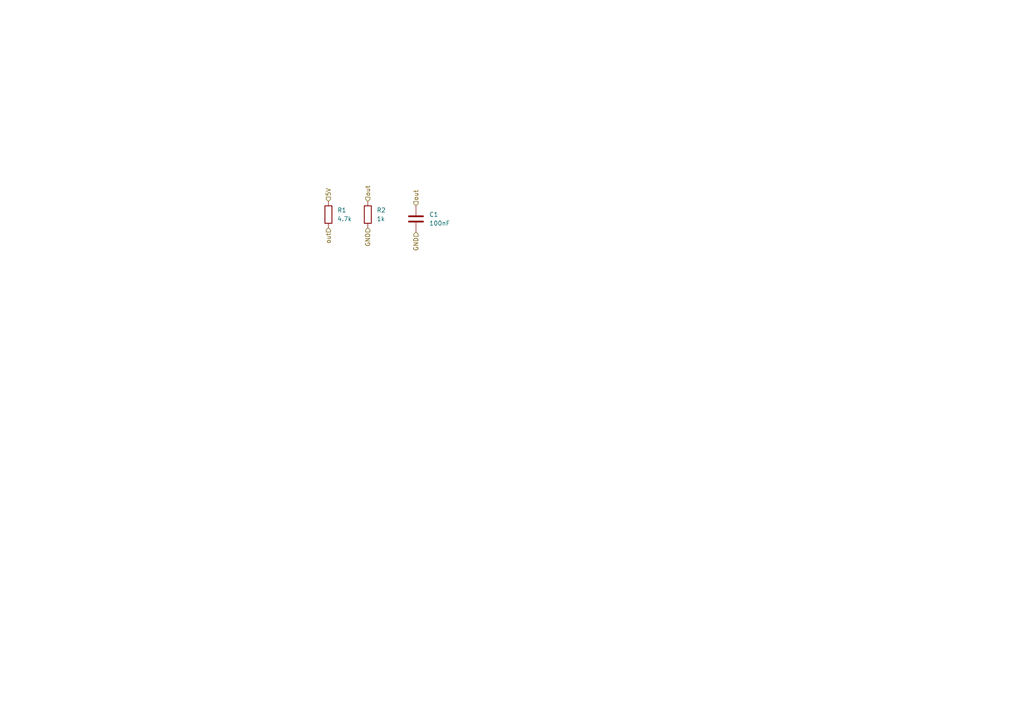
<source format=kicad_sch>
(kicad_sch (version 20250114) (generator "eeschema") (generator_version "9.0")
  (paper "A4")
  (lib_symbols
    (symbol "Device:C" (pin_numbers (hide yes)) (pin_names (offset 0.254))
      (property "Reference" "C" (at 0.635 2.54 0))
      (property "Value" "C" (at 0.635 -2.54 0))
      (symbol "C_0_1"
        (polyline (pts (xy -2.032 0.762) (xy 2.032 0.762)) (stroke (width 0.508)))
        (polyline (pts (xy -2.032 -0.762) (xy 2.032 -0.762)) (stroke (width 0.508)))
      )
      (symbol "C_1_1"
        (pin passive line (at 0 3.81 270) (length 2.794) (name "~") (number "1"))
        (pin passive line (at 0 -3.81 90) (length 2.794) (name "~") (number "2"))
      )
    )
    (symbol "Device:R" (pin_numbers (hide yes)) (pin_names (offset 0))
      (property "Reference" "R" (at 2.032 0 90))
      (property "Value" "R" (at 0 0 90))
      (symbol "R_0_1"
        (rectangle (start -1.016 -2.54) (end 1.016 2.54) (stroke (width 0.254)))
      )
      (symbol "R_1_1"
        (pin passive line (at 0 3.81 270) (length 1.27) (name "~") (number "1"))
        (pin passive line (at 0 -3.81 90) (length 1.27) (name "~") (number "2"))
      )
    )
  )
  (hierarchical_label "GND" (shape input) (at 106.68 66.04 270))
  (hierarchical_label "out" (shape input) (at 106.68 58.42 90))
  (hierarchical_label "5V" (shape input) (at 95.25 58.42 90))
  (hierarchical_label "GND" (shape input) (at 120.65 67.31 270))
  (hierarchical_label "out" (shape input) (at 95.25 66.04 270))
  (hierarchical_label "out" (shape input) (at 120.65 59.69 90))
  (symbol (lib_id "Device:R") (at 106.68 62.23 0) (unit 1)
    (property "Reference" "R2" (at 109.22 60.9599 0) (effects (justify left)))
    (property "Value" "1k" (at 109.22 63.4999 0) (effects (justify left)))
    (property "Footprint" "Resistor_SMD:R_0603_1608Metric" (effects (hide yes)))
    (property "Description" "Resistor" (effects (hide yes)))
  )
  (symbol (lib_id "Device:C") (at 120.65 63.5 0) (unit 1)
    (property "Reference" "C1" (at 124.46 62.2299 0) (effects (justify left)))
    (property "Value" "100nF" (at 124.46 64.7699 0) (effects (justify left)))
    (property "Description" "Unpolarized capacitor" (effects (hide yes)))
  )
  (symbol (lib_id "Device:R") (at 95.25 62.23 0) (unit 1)
    (property "Reference" "R1" (at 97.79 60.9599 0) (effects (justify left)))
    (property "Value" "4.7k" (at 97.79 63.4999 0) (effects (justify left)))
    (property "Footprint" "Resistor_SMD:R_0603_1608Metric" (effects (hide yes)))
    (property "Description" "Resistor" (effects (hide yes)))
  )
)
</source>
